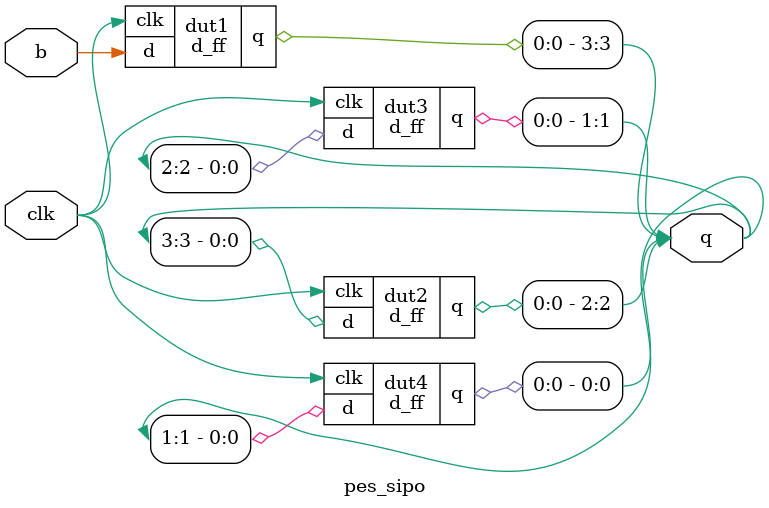
<source format=v>
/* Generated by Yosys 0.32+74 (git sha1 b739213d9, gcc 12.3.0-1ubuntu1~22.04 -fPIC -Os) */

module d_ff(clk, d, rst, q);
  input clk;
  wire clk;
  input d;
  wire d;
  output q;
  reg q;
  input rst;
  wire rst;
  always @(posedge clk)
    if (rst) q <= 1'h0;
    else q <= d;
endmodule

module pes_sipo(clk, b, q);
  input b;
  wire b;
  input clk;
  wire clk;
  output [3:0] q;
  wire [3:0] q;
  d_ff dut1 (
    .clk(clk),
    .d(b),
    .q(q[3])
  );
  d_ff dut2 (
    .clk(clk),
    .d(q[3]),
    .q(q[2])
  );
  d_ff dut3 (
    .clk(clk),
    .d(q[2]),
    .q(q[1])
  );
  d_ff dut4 (
    .clk(clk),
    .d(q[1]),
    .q(q[0])
  );
endmodule

</source>
